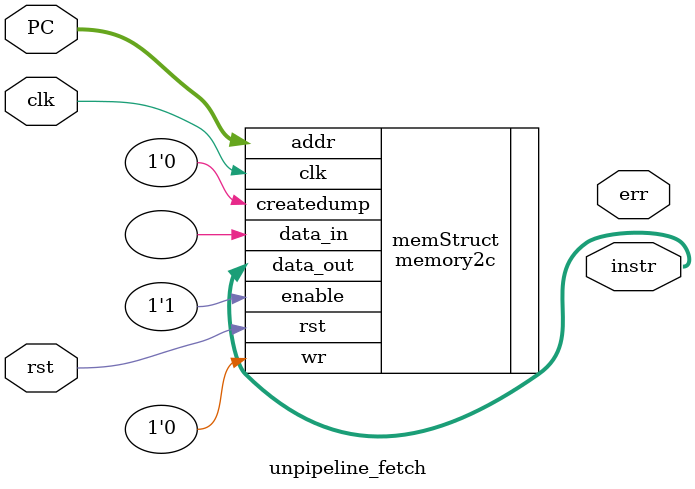
<source format=v>
module unpipeline_fetch (clk, rst, err, instr,PC);

	input clk;
	input rst;
	output err;
	output [15:0] instr;
	//input enable;
	input [15:0] PC;
	
	//wire [15:0] PC, NextPC,immeAdd;
//wire garbage;
	// Your Code goes here
//assign err = 1'b0;

//bitReg16 PCcounter(.clk(clk),.rst(rst),.q(PC),.d(NextPC));
//fulladder16 fulladd(.A(PC),.B(immeAdd),.S(NextPC),.Cout(garbage));
memory2c memStruct(.data_out(instr), .data_in(), .addr(PC), .enable(1'b1), .wr(1'b0), .createdump(1'b0), .clk(clk), .rst(rst));

//assign immeAdd= (enable)? (immed) : 16'd2;
endmodule

</source>
